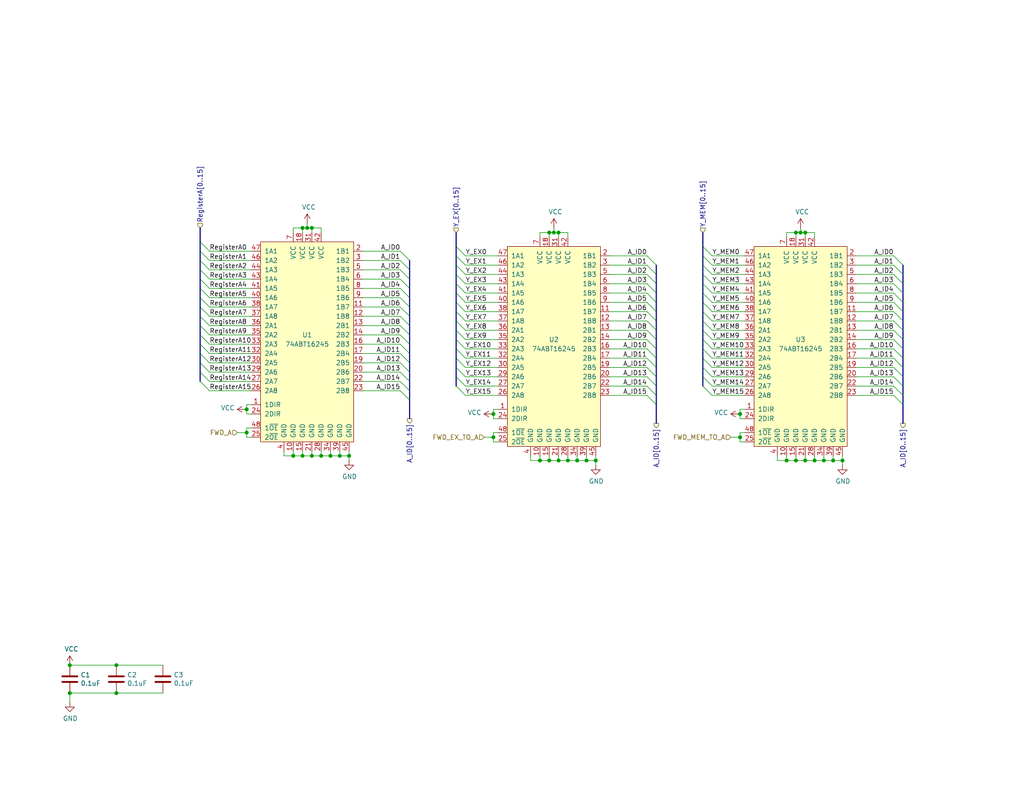
<source format=kicad_sch>
(kicad_sch (version 20250114) (generator "eeschema") (generator_version "9.0")
  (paper "USLetter")
  (title_block (date "2025-07-16") (rev "A"))
  (lib_symbols
    (symbol "Device:C" (pin_numbers (hide yes)) (pin_names (offset 0.254))
      (property "Reference" "C" (at 0.635 2.54 0))
      (property "Value" "C" (at 0.635 -2.54 0))
      (symbol "C_0_1"
        (polyline (pts (xy -2.032 0.762) (xy 2.032 0.762)) (stroke (width 0.508)))
        (polyline (pts (xy -2.032 -0.762) (xy 2.032 -0.762)) (stroke (width 0.508)))
      )
      (symbol "C_1_1"
        (pin passive line (at 0 3.81 270) (length 2.794) (name "~") (number "1"))
        (pin passive line (at 0 -3.81 90) (length 2.794) (name "~") (number "2"))
      )
    )
    (symbol "Turtle16:74ABT16245" (pin_names (offset 1.016))
      (property "Reference" "U" (at 0 1.27 0))
      (property "Value" "74ABT16245" (at 0 -1.27 0))
      (symbol "74ABT16245_0_1"
        (rectangle (start -12.7 26.67) (end 12.7 -27.94) (fill (type background)))
      )
      (symbol "74ABT16245_1_1"
        (pin tri_state line (at -15.24 24.13 0) (length 2.54) (name "1A1") (number "47"))
        (pin tri_state line (at -15.24 21.59 0) (length 2.54) (name "1A2") (number "46"))
        (pin tri_state line (at -15.24 19.05 0) (length 2.54) (name "1A3") (number "44"))
        (pin tri_state line (at -15.24 16.51 0) (length 2.54) (name "1A4") (number "43"))
        (pin tri_state line (at -15.24 13.97 0) (length 2.54) (name "1A5") (number "41"))
        (pin tri_state line (at -15.24 11.43 0) (length 2.54) (name "1A6") (number "40"))
        (pin tri_state line (at -15.24 8.89 0) (length 2.54) (name "1A7") (number "38"))
        (pin tri_state line (at -15.24 6.35 0) (length 2.54) (name "1A8") (number "37"))
        (pin tri_state line (at -15.24 3.81 0) (length 2.54) (name "2A1") (number "36"))
        (pin tri_state line (at -15.24 1.27 0) (length 2.54) (name "2A2") (number "35"))
        (pin tri_state line (at -15.24 -1.27 0) (length 2.54) (name "2A3") (number "33"))
        (pin tri_state line (at -15.24 -3.81 0) (length 2.54) (name "2A4") (number "32"))
        (pin tri_state line (at -15.24 -6.35 0) (length 2.54) (name "2A5") (number "30"))
        (pin tri_state line (at -15.24 -8.89 0) (length 2.54) (name "2A6") (number "29"))
        (pin tri_state line (at -15.24 -11.43 0) (length 2.54) (name "2A7") (number "27"))
        (pin tri_state line (at -15.24 -13.97 0) (length 2.54) (name "2A8") (number "26"))
        (pin input line (at -15.24 -17.78 0) (length 2.54) (name "1DIR") (number "1"))
        (pin input line (at -15.24 -20.32 0) (length 2.54) (name "2DIR") (number "24"))
        (pin input line (at -15.24 -24.13 0) (length 2.54) (name "1~{OE}") (number "48"))
        (pin input line (at -15.24 -26.67 0) (length 2.54) (name "2~{OE}") (number "25"))
        (pin power_in line (at -6.35 -30.48 90) (length 2.54) (name "GND") (number "4"))
        (pin power_in line (at -3.81 29.21 270) (length 2.54) (name "VCC") (number "7"))
        (pin power_in line (at -3.81 -30.48 90) (length 2.54) (name "GND") (number "10"))
        (pin power_in line (at -1.27 29.21 270) (length 2.54) (name "VCC") (number "18"))
        (pin power_in line (at -1.27 -30.48 90) (length 2.54) (name "GND") (number "15"))
        (pin power_in line (at 1.27 29.21 270) (length 2.54) (name "VCC") (number "31"))
        (pin power_in line (at 1.27 -30.48 90) (length 2.54) (name "GND") (number "21"))
        (pin power_in line (at 3.81 29.21 270) (length 2.54) (name "VCC") (number "42"))
        (pin power_in line (at 3.81 -30.48 90) (length 2.54) (name "GND") (number "28"))
        (pin power_in line (at 6.35 -30.48 90) (length 2.54) (name "GND") (number "34"))
        (pin power_in line (at 8.89 -30.48 90) (length 2.54) (name "GND") (number "39"))
        (pin power_in line (at 11.43 -30.48 90) (length 2.54) (name "GND") (number "45"))
        (pin tri_state line (at 15.24 24.13 180) (length 2.54) (name "1B1") (number "2"))
        (pin tri_state line (at 15.24 21.59 180) (length 2.54) (name "1B2") (number "3"))
        (pin tri_state line (at 15.24 19.05 180) (length 2.54) (name "1B3") (number "5"))
        (pin tri_state line (at 15.24 16.51 180) (length 2.54) (name "1B4") (number "6"))
        (pin tri_state line (at 15.24 13.97 180) (length 2.54) (name "1B5") (number "8"))
        (pin tri_state line (at 15.24 11.43 180) (length 2.54) (name "1B6") (number "9"))
        (pin tri_state line (at 15.24 8.89 180) (length 2.54) (name "1B7") (number "11"))
        (pin tri_state line (at 15.24 6.35 180) (length 2.54) (name "1B8") (number "12"))
        (pin tri_state line (at 15.24 3.81 180) (length 2.54) (name "2B1") (number "13"))
        (pin tri_state line (at 15.24 1.27 180) (length 2.54) (name "2B2") (number "14"))
        (pin tri_state line (at 15.24 -1.27 180) (length 2.54) (name "2B3") (number "16"))
        (pin tri_state line (at 15.24 -3.81 180) (length 2.54) (name "2B4") (number "17"))
        (pin tri_state line (at 15.24 -6.35 180) (length 2.54) (name "2B5") (number "19"))
        (pin tri_state line (at 15.24 -8.89 180) (length 2.54) (name "2B6") (number "20"))
        (pin tri_state line (at 15.24 -11.43 180) (length 2.54) (name "2B7") (number "22"))
        (pin tri_state line (at 15.24 -13.97 180) (length 2.54) (name "2B8") (number "23"))
      )
    )
    (symbol "power:GND" (power) (pin_numbers (hide yes)) (pin_names (offset 0) (hide yes))
      (property "Value" "GND" (at 0 -3.81 0))
      (symbol "GND_0_1"
        (polyline (pts (xy 0 0) (xy 0 -1.27) (xy 1.27 -1.27) (xy 0 -2.54) (xy -1.27 -1.27) (xy 0 -1.27)))
      )
      (symbol "GND_1_1"
        (pin power_in line (at 0 0 270) (length 0) (name "~") (number "1"))
      )
    )
    (symbol "power:VCC" (power) (pin_numbers (hide yes)) (pin_names (offset 0) (hide yes))
      (property "Value" "VCC" (at 0 3.556 0))
      (symbol "VCC_0_1"
        (polyline (pts (xy -0.762 1.27) (xy 0 2.54)))
        (polyline (pts (xy 0 2.54) (xy 0.762 1.27)))
        (polyline (pts (xy 0 0) (xy 0 2.54)))
      )
      (symbol "VCC_1_1"
        (pin power_in line (at 0 0 90) (length 0) (name "~") (number "1"))
      )
    )
  )
  (junction (at 219.71 125.73))
  (junction (at 152.4 63.5))
  (junction (at 134.62 119.38))
  (junction (at 154.94 125.73))
  (junction (at 80.01 124.46))
  (junction (at 217.17 125.73))
  (junction (at 147.32 125.73))
  (junction (at 217.17 63.5))
  (junction (at 134.62 113.03))
  (junction (at 160.02 125.73))
  (junction (at 83.82 62.23))
  (junction (at 151.13 63.5))
  (junction (at 227.33 125.73))
  (junction (at 82.55 62.23))
  (junction (at 67.31 111.76))
  (junction (at 19.05 181.61))
  (junction (at 224.79 125.73))
  (junction (at 152.4 125.73))
  (junction (at 149.86 63.5))
  (junction (at 162.56 125.73))
  (junction (at 214.63 125.73))
  (junction (at 31.75 181.61))
  (junction (at 201.93 113.03))
  (junction (at 85.09 124.46))
  (junction (at 229.87 125.73))
  (junction (at 92.71 124.46))
  (junction (at 222.25 125.73))
  (junction (at 90.17 124.46))
  (junction (at 201.93 119.38))
  (junction (at 95.25 124.46))
  (junction (at 67.31 118.11))
  (junction (at 219.71 63.5))
  (junction (at 19.05 189.23))
  (junction (at 87.63 124.46))
  (junction (at 82.55 124.46))
  (junction (at 218.44 63.5))
  (junction (at 31.75 189.23))
  (junction (at 149.86 125.73))
  (junction (at 85.09 62.23))
  (junction (at 157.48 125.73))
  (bus_entry (at 194.31 95.25) (size -2.54 -2.54))
  (bus_entry (at 176.53 77.47) (size 2.54 2.54))
  (bus_entry (at 243.84 77.47) (size 2.54 2.54))
  (bus_entry (at 54.61 73.66) (size 2.54 2.54))
  (bus_entry (at 243.84 107.95) (size 2.54 2.54))
  (bus_entry (at 54.61 86.36) (size 2.54 2.54))
  (bus_entry (at 176.53 80.01) (size 2.54 2.54))
  (bus_entry (at 109.22 106.68) (size 2.54 2.54))
  (bus_entry (at 243.84 95.25) (size 2.54 2.54))
  (bus_entry (at 109.22 93.98) (size 2.54 2.54))
  (bus_entry (at 127 85.09) (size -2.54 -2.54))
  (bus_entry (at 176.53 85.09) (size 2.54 2.54))
  (bus_entry (at 127 95.25) (size -2.54 -2.54))
  (bus_entry (at 109.22 96.52) (size 2.54 2.54))
  (bus_entry (at 194.31 107.95) (size -2.54 -2.54))
  (bus_entry (at 109.22 68.58) (size 2.54 2.54))
  (bus_entry (at 194.31 69.85) (size -2.54 -2.54))
  (bus_entry (at 243.84 97.79) (size 2.54 2.54))
  (bus_entry (at 194.31 90.17) (size -2.54 -2.54))
  (bus_entry (at 243.84 100.33) (size 2.54 2.54))
  (bus_entry (at 127 102.87) (size -2.54 -2.54))
  (bus_entry (at 127 87.63) (size -2.54 -2.54))
  (bus_entry (at 54.61 93.98) (size 2.54 2.54))
  (bus_entry (at 176.53 69.85) (size 2.54 2.54))
  (bus_entry (at 194.31 74.93) (size -2.54 -2.54))
  (bus_entry (at 243.84 74.93) (size 2.54 2.54))
  (bus_entry (at 176.53 72.39) (size 2.54 2.54))
  (bus_entry (at 109.22 91.44) (size 2.54 2.54))
  (bus_entry (at 127 90.17) (size -2.54 -2.54))
  (bus_entry (at 194.31 72.39) (size -2.54 -2.54))
  (bus_entry (at 176.53 90.17) (size 2.54 2.54))
  (bus_entry (at 127 77.47) (size -2.54 -2.54))
  (bus_entry (at 243.84 105.41) (size 2.54 2.54))
  (bus_entry (at 127 80.01) (size -2.54 -2.54))
  (bus_entry (at 54.61 91.44) (size 2.54 2.54))
  (bus_entry (at 243.84 69.85) (size 2.54 2.54))
  (bus_entry (at 176.53 100.33) (size 2.54 2.54))
  (bus_entry (at 194.31 105.41) (size -2.54 -2.54))
  (bus_entry (at 243.84 82.55) (size 2.54 2.54))
  (bus_entry (at 54.61 68.58) (size 2.54 2.54))
  (bus_entry (at 194.31 102.87) (size -2.54 -2.54))
  (bus_entry (at 109.22 76.2) (size 2.54 2.54))
  (bus_entry (at 127 92.71) (size -2.54 -2.54))
  (bus_entry (at 194.31 100.33) (size -2.54 -2.54))
  (bus_entry (at 54.61 104.14) (size 2.54 2.54))
  (bus_entry (at 243.84 90.17) (size 2.54 2.54))
  (bus_entry (at 54.61 76.2) (size 2.54 2.54))
  (bus_entry (at 127 100.33) (size -2.54 -2.54))
  (bus_entry (at 194.31 85.09) (size -2.54 -2.54))
  (bus_entry (at 54.61 83.82) (size 2.54 2.54))
  (bus_entry (at 176.53 87.63) (size 2.54 2.54))
  (bus_entry (at 127 74.93) (size -2.54 -2.54))
  (bus_entry (at 176.53 92.71) (size 2.54 2.54))
  (bus_entry (at 176.53 82.55) (size 2.54 2.54))
  (bus_entry (at 127 97.79) (size -2.54 -2.54))
  (bus_entry (at 194.31 77.47) (size -2.54 -2.54))
  (bus_entry (at 194.31 82.55) (size -2.54 -2.54))
  (bus_entry (at 109.22 78.74) (size 2.54 2.54))
  (bus_entry (at 127 105.41) (size -2.54 -2.54))
  (bus_entry (at 109.22 83.82) (size 2.54 2.54))
  (bus_entry (at 109.22 81.28) (size 2.54 2.54))
  (bus_entry (at 243.84 92.71) (size 2.54 2.54))
  (bus_entry (at 109.22 99.06) (size 2.54 2.54))
  (bus_entry (at 194.31 87.63) (size -2.54 -2.54))
  (bus_entry (at 127 69.85) (size -2.54 -2.54))
  (bus_entry (at 194.31 97.79) (size -2.54 -2.54))
  (bus_entry (at 127 107.95) (size -2.54 -2.54))
  (bus_entry (at 127 72.39) (size -2.54 -2.54))
  (bus_entry (at 176.53 105.41) (size 2.54 2.54))
  (bus_entry (at 54.61 66.04) (size 2.54 2.54))
  (bus_entry (at 54.61 101.6) (size 2.54 2.54))
  (bus_entry (at 176.53 97.79) (size 2.54 2.54))
  (bus_entry (at 176.53 102.87) (size 2.54 2.54))
  (bus_entry (at 109.22 71.12) (size 2.54 2.54))
  (bus_entry (at 109.22 101.6) (size 2.54 2.54))
  (bus_entry (at 54.61 96.52) (size 2.54 2.54))
  (bus_entry (at 194.31 92.71) (size -2.54 -2.54))
  (bus_entry (at 54.61 88.9) (size 2.54 2.54))
  (bus_entry (at 243.84 80.01) (size 2.54 2.54))
  (bus_entry (at 194.31 80.01) (size -2.54 -2.54))
  (bus_entry (at 109.22 88.9) (size 2.54 2.54))
  (bus_entry (at 176.53 107.95) (size 2.54 2.54))
  (bus_entry (at 243.84 72.39) (size 2.54 2.54))
  (bus_entry (at 243.84 85.09) (size 2.54 2.54))
  (bus_entry (at 54.61 81.28) (size 2.54 2.54))
  (bus_entry (at 243.84 87.63) (size 2.54 2.54))
  (bus_entry (at 243.84 102.87) (size 2.54 2.54))
  (bus_entry (at 176.53 74.93) (size 2.54 2.54))
  (bus_entry (at 54.61 78.74) (size 2.54 2.54))
  (bus_entry (at 127 82.55) (size -2.54 -2.54))
  (bus_entry (at 109.22 86.36) (size 2.54 2.54))
  (bus_entry (at 54.61 99.06) (size 2.54 2.54))
  (bus_entry (at 176.53 95.25) (size 2.54 2.54))
  (bus_entry (at 109.22 73.66) (size 2.54 2.54))
  (bus_entry (at 109.22 104.14) (size 2.54 2.54))
  (bus_entry (at 54.61 71.12) (size 2.54 2.54))
  (wire (pts (xy 77.47 124.46) (xy 80.01 124.46)))
  (wire (pts (xy 67.31 118.11) (xy 64.77 118.11)))
  (wire (pts (xy 87.63 62.23) (xy 87.63 63.5)))
  (wire (pts (xy 80.01 123.19) (xy 80.01 124.46)))
  (wire (pts (xy 224.79 125.73) (xy 227.33 125.73)))
  (wire (pts (xy 176.53 95.25) (xy 166.37 95.25)))
  (bus (pts (xy 124.46 85.09) (xy 124.46 87.63)))
  (wire (pts (xy 218.44 62.23) (xy 218.44 63.5)))
  (bus (pts (xy 246.38 95.25) (xy 246.38 97.79)))
  (bus (pts (xy 179.07 72.39) (xy 179.07 74.93)))
  (wire (pts (xy 243.84 95.25) (xy 233.68 95.25)))
  (wire (pts (xy 212.09 124.46) (xy 212.09 125.73)))
  (wire (pts (xy 194.31 100.33) (xy 203.2 100.33)))
  (wire (pts (xy 57.15 83.82) (xy 68.58 83.82)))
  (bus (pts (xy 191.77 85.09) (xy 191.77 87.63)))
  (wire (pts (xy 57.15 68.58) (xy 68.58 68.58)))
  (wire (pts (xy 109.22 101.6) (xy 99.06 101.6)))
  (wire (pts (xy 57.15 73.66) (xy 68.58 73.66)))
  (bus (pts (xy 54.61 88.9) (xy 54.61 91.44)))
  (bus (pts (xy 191.77 95.25) (xy 191.77 97.79)))
  (wire (pts (xy 109.22 86.36) (xy 99.06 86.36)))
  (wire (pts (xy 127 97.79) (xy 135.89 97.79)))
  (wire (pts (xy 214.63 63.5) (xy 217.17 63.5)))
  (bus (pts (xy 54.61 68.58) (xy 54.61 71.12)))
  (wire (pts (xy 80.01 62.23) (xy 82.55 62.23)))
  (wire (pts (xy 92.71 124.46) (xy 92.71 123.19)))
  (wire (pts (xy 57.15 88.9) (xy 68.58 88.9)))
  (bus (pts (xy 179.07 85.09) (xy 179.07 87.63)))
  (bus (pts (xy 54.61 86.36) (xy 54.61 88.9)))
  (wire (pts (xy 151.13 62.23) (xy 151.13 63.5)))
  (wire (pts (xy 201.93 118.11) (xy 201.93 119.38)))
  (wire (pts (xy 147.32 64.77) (xy 147.32 63.5)))
  (bus (pts (xy 246.38 105.41) (xy 246.38 107.95)))
  (wire (pts (xy 82.55 62.23) (xy 83.82 62.23)))
  (wire (pts (xy 201.93 113.03) (xy 201.93 114.3)))
  (wire (pts (xy 80.01 63.5) (xy 80.01 62.23)))
  (wire (pts (xy 85.09 124.46) (xy 85.09 123.19)))
  (wire (pts (xy 67.31 110.49) (xy 67.31 111.76)))
  (wire (pts (xy 134.62 119.38) (xy 134.62 120.65)))
  (wire (pts (xy 67.31 111.76) (xy 67.31 113.03)))
  (bus (pts (xy 124.46 67.31) (xy 124.46 69.85)))
  (wire (pts (xy 83.82 60.96) (xy 83.82 62.23)))
  (wire (pts (xy 151.13 63.5) (xy 152.4 63.5)))
  (bus (pts (xy 246.38 102.87) (xy 246.38 105.41)))
  (wire (pts (xy 217.17 125.73) (xy 219.71 125.73)))
  (bus (pts (xy 111.76 76.2) (xy 111.76 78.74)))
  (wire (pts (xy 214.63 124.46) (xy 214.63 125.73)))
  (wire (pts (xy 19.05 191.77) (xy 19.05 189.23)))
  (wire (pts (xy 80.01 124.46) (xy 82.55 124.46)))
  (bus (pts (xy 124.46 92.71) (xy 124.46 95.25)))
  (bus (pts (xy 191.77 102.87) (xy 191.77 105.41)))
  (bus (pts (xy 179.07 105.41) (xy 179.07 107.95)))
  (wire (pts (xy 134.62 118.11) (xy 134.62 119.38)))
  (wire (pts (xy 176.53 82.55) (xy 166.37 82.55)))
  (bus (pts (xy 191.77 100.33) (xy 191.77 102.87)))
  (bus (pts (xy 124.46 102.87) (xy 124.46 105.41)))
  (wire (pts (xy 109.22 104.14) (xy 99.06 104.14)))
  (wire (pts (xy 90.17 124.46) (xy 87.63 124.46)))
  (wire (pts (xy 224.79 125.73) (xy 222.25 125.73)))
  (wire (pts (xy 154.94 63.5) (xy 154.94 64.77)))
  (bus (pts (xy 111.76 96.52) (xy 111.76 99.06)))
  (wire (pts (xy 222.25 63.5) (xy 222.25 64.77)))
  (wire (pts (xy 243.84 74.93) (xy 233.68 74.93)))
  (bus (pts (xy 179.07 82.55) (xy 179.07 85.09)))
  (wire (pts (xy 109.22 99.06) (xy 99.06 99.06)))
  (wire (pts (xy 57.15 91.44) (xy 68.58 91.44)))
  (wire (pts (xy 109.22 71.12) (xy 99.06 71.12)))
  (bus (pts (xy 246.38 80.01) (xy 246.38 82.55)))
  (wire (pts (xy 90.17 124.46) (xy 90.17 123.19)))
  (bus (pts (xy 124.46 63.5) (xy 124.46 67.31)))
  (bus (pts (xy 54.61 99.06) (xy 54.61 101.6)))
  (wire (pts (xy 92.71 124.46) (xy 95.25 124.46)))
  (wire (pts (xy 243.84 102.87) (xy 233.68 102.87)))
  (wire (pts (xy 243.84 92.71) (xy 233.68 92.71)))
  (wire (pts (xy 134.62 111.76) (xy 134.62 113.03)))
  (wire (pts (xy 194.31 69.85) (xy 203.2 69.85)))
  (bus (pts (xy 191.77 97.79) (xy 191.77 100.33)))
  (bus (pts (xy 246.38 92.71) (xy 246.38 95.25)))
  (wire (pts (xy 176.53 90.17) (xy 166.37 90.17)))
  (bus (pts (xy 179.07 102.87) (xy 179.07 105.41)))
  (bus (pts (xy 246.38 85.09) (xy 246.38 87.63)))
  (wire (pts (xy 109.22 83.82) (xy 99.06 83.82)))
  (wire (pts (xy 87.63 124.46) (xy 85.09 124.46)))
  (bus (pts (xy 111.76 106.68) (xy 111.76 109.22)))
  (bus (pts (xy 111.76 73.66) (xy 111.76 76.2)))
  (wire (pts (xy 176.53 77.47) (xy 166.37 77.47)))
  (wire (pts (xy 201.93 111.76) (xy 201.93 113.03)))
  (wire (pts (xy 134.62 120.65) (xy 135.89 120.65)))
  (wire (pts (xy 85.09 62.23) (xy 87.63 62.23)))
  (wire (pts (xy 176.53 107.95) (xy 166.37 107.95)))
  (wire (pts (xy 194.31 90.17) (xy 203.2 90.17)))
  (wire (pts (xy 201.93 119.38) (xy 201.93 120.65)))
  (wire (pts (xy 147.32 63.5) (xy 149.86 63.5)))
  (wire (pts (xy 134.62 119.38) (xy 132.08 119.38)))
  (wire (pts (xy 149.86 124.46) (xy 149.86 125.73)))
  (wire (pts (xy 44.45 189.23) (xy 31.75 189.23)))
  (wire (pts (xy 77.47 123.19) (xy 77.47 124.46)))
  (wire (pts (xy 222.25 125.73) (xy 219.71 125.73)))
  (wire (pts (xy 229.87 125.73) (xy 229.87 124.46)))
  (bus (pts (xy 111.76 71.12) (xy 111.76 73.66)))
  (wire (pts (xy 219.71 64.77) (xy 219.71 63.5)))
  (bus (pts (xy 124.46 87.63) (xy 124.46 90.17)))
  (wire (pts (xy 152.4 63.5) (xy 154.94 63.5)))
  (wire (pts (xy 243.84 107.95) (xy 233.68 107.95)))
  (bus (pts (xy 246.38 72.39) (xy 246.38 74.93)))
  (wire (pts (xy 243.84 85.09) (xy 233.68 85.09)))
  (bus (pts (xy 111.76 99.06) (xy 111.76 101.6)))
  (bus (pts (xy 54.61 62.23) (xy 54.61 66.04)))
  (bus (pts (xy 179.07 87.63) (xy 179.07 90.17)))
  (wire (pts (xy 243.84 105.41) (xy 233.68 105.41)))
  (wire (pts (xy 157.48 125.73) (xy 154.94 125.73)))
  (wire (pts (xy 176.53 97.79) (xy 166.37 97.79)))
  (wire (pts (xy 154.94 125.73) (xy 152.4 125.73)))
  (wire (pts (xy 194.31 72.39) (xy 203.2 72.39)))
  (wire (pts (xy 127 72.39) (xy 135.89 72.39)))
  (bus (pts (xy 111.76 91.44) (xy 111.76 93.98)))
  (wire (pts (xy 219.71 63.5) (xy 222.25 63.5)))
  (bus (pts (xy 54.61 91.44) (xy 54.61 93.98)))
  (bus (pts (xy 124.46 82.55) (xy 124.46 85.09)))
  (wire (pts (xy 154.94 125.73) (xy 154.94 124.46)))
  (wire (pts (xy 176.53 105.41) (xy 166.37 105.41)))
  (wire (pts (xy 160.02 125.73) (xy 160.02 124.46)))
  (bus (pts (xy 54.61 71.12) (xy 54.61 73.66)))
  (bus (pts (xy 111.76 81.28) (xy 111.76 83.82)))
  (bus (pts (xy 111.76 88.9) (xy 111.76 91.44)))
  (wire (pts (xy 57.15 96.52) (xy 68.58 96.52)))
  (wire (pts (xy 194.31 80.01) (xy 203.2 80.01)))
  (bus (pts (xy 246.38 82.55) (xy 246.38 85.09)))
  (bus (pts (xy 246.38 110.49) (xy 246.38 115.57)))
  (bus (pts (xy 179.07 77.47) (xy 179.07 80.01)))
  (wire (pts (xy 90.17 124.46) (xy 92.71 124.46)))
  (wire (pts (xy 127 80.01) (xy 135.89 80.01)))
  (wire (pts (xy 67.31 116.84) (xy 67.31 118.11)))
  (bus (pts (xy 246.38 90.17) (xy 246.38 92.71)))
  (wire (pts (xy 219.71 125.73) (xy 219.71 124.46)))
  (wire (pts (xy 147.32 124.46) (xy 147.32 125.73)))
  (bus (pts (xy 246.38 97.79) (xy 246.38 100.33)))
  (wire (pts (xy 127 90.17) (xy 135.89 90.17)))
  (wire (pts (xy 135.89 118.11) (xy 134.62 118.11)))
  (bus (pts (xy 111.76 104.14) (xy 111.76 106.68)))
  (wire (pts (xy 227.33 125.73) (xy 229.87 125.73)))
  (wire (pts (xy 194.31 102.87) (xy 203.2 102.87)))
  (wire (pts (xy 147.32 125.73) (xy 149.86 125.73)))
  (wire (pts (xy 31.75 189.23) (xy 19.05 189.23)))
  (wire (pts (xy 67.31 113.03) (xy 68.58 113.03)))
  (wire (pts (xy 243.84 90.17) (xy 233.68 90.17)))
  (wire (pts (xy 127 92.71) (xy 135.89 92.71)))
  (bus (pts (xy 191.77 77.47) (xy 191.77 80.01)))
  (wire (pts (xy 67.31 119.38) (xy 68.58 119.38)))
  (wire (pts (xy 127 82.55) (xy 135.89 82.55)))
  (wire (pts (xy 149.86 125.73) (xy 152.4 125.73)))
  (wire (pts (xy 95.25 125.73) (xy 95.25 124.46)))
  (wire (pts (xy 109.22 76.2) (xy 99.06 76.2)))
  (bus (pts (xy 179.07 74.93) (xy 179.07 77.47)))
  (wire (pts (xy 176.53 80.01) (xy 166.37 80.01)))
  (bus (pts (xy 191.77 67.31) (xy 191.77 69.85)))
  (wire (pts (xy 243.84 97.79) (xy 233.68 97.79)))
  (wire (pts (xy 217.17 124.46) (xy 217.17 125.73)))
  (wire (pts (xy 109.22 88.9) (xy 99.06 88.9)))
  (wire (pts (xy 82.55 124.46) (xy 85.09 124.46)))
  (wire (pts (xy 176.53 69.85) (xy 166.37 69.85)))
  (bus (pts (xy 124.46 80.01) (xy 124.46 82.55)))
  (wire (pts (xy 157.48 125.73) (xy 160.02 125.73)))
  (wire (pts (xy 144.78 125.73) (xy 147.32 125.73)))
  (bus (pts (xy 179.07 100.33) (xy 179.07 102.87)))
  (wire (pts (xy 160.02 125.73) (xy 162.56 125.73)))
  (wire (pts (xy 194.31 92.71) (xy 203.2 92.71)))
  (wire (pts (xy 127 107.95) (xy 135.89 107.95)))
  (bus (pts (xy 111.76 109.22) (xy 111.76 114.3)))
  (wire (pts (xy 68.58 110.49) (xy 67.31 110.49)))
  (wire (pts (xy 57.15 81.28) (xy 68.58 81.28)))
  (bus (pts (xy 54.61 83.82) (xy 54.61 86.36)))
  (wire (pts (xy 212.09 125.73) (xy 214.63 125.73)))
  (bus (pts (xy 54.61 101.6) (xy 54.61 104.14)))
  (wire (pts (xy 227.33 125.73) (xy 227.33 124.46)))
  (wire (pts (xy 68.58 116.84) (xy 67.31 116.84)))
  (wire (pts (xy 95.25 124.46) (xy 95.25 123.19)))
  (bus (pts (xy 124.46 77.47) (xy 124.46 80.01)))
  (bus (pts (xy 246.38 74.93) (xy 246.38 77.47)))
  (wire (pts (xy 218.44 63.5) (xy 219.71 63.5)))
  (wire (pts (xy 109.22 68.58) (xy 99.06 68.58)))
  (bus (pts (xy 179.07 110.49) (xy 179.07 115.57)))
  (wire (pts (xy 162.56 127) (xy 162.56 125.73)))
  (bus (pts (xy 191.77 82.55) (xy 191.77 85.09)))
  (bus (pts (xy 246.38 77.47) (xy 246.38 80.01)))
  (wire (pts (xy 194.31 107.95) (xy 203.2 107.95)))
  (wire (pts (xy 224.79 125.73) (xy 224.79 124.46)))
  (wire (pts (xy 85.09 63.5) (xy 85.09 62.23)))
  (wire (pts (xy 19.05 181.61) (xy 31.75 181.61)))
  (wire (pts (xy 229.87 127) (xy 229.87 125.73)))
  (wire (pts (xy 134.62 113.03) (xy 134.62 114.3)))
  (wire (pts (xy 57.15 76.2) (xy 68.58 76.2)))
  (wire (pts (xy 127 87.63) (xy 135.89 87.63)))
  (wire (pts (xy 176.53 74.93) (xy 166.37 74.93)))
  (wire (pts (xy 57.15 78.74) (xy 68.58 78.74)))
  (wire (pts (xy 176.53 87.63) (xy 166.37 87.63)))
  (wire (pts (xy 82.55 123.19) (xy 82.55 124.46)))
  (bus (pts (xy 111.76 83.82) (xy 111.76 86.36)))
  (wire (pts (xy 127 95.25) (xy 135.89 95.25)))
  (bus (pts (xy 191.77 90.17) (xy 191.77 92.71)))
  (wire (pts (xy 243.84 100.33) (xy 233.68 100.33)))
  (wire (pts (xy 243.84 82.55) (xy 233.68 82.55)))
  (wire (pts (xy 203.2 111.76) (xy 201.93 111.76)))
  (wire (pts (xy 194.31 85.09) (xy 203.2 85.09)))
  (wire (pts (xy 214.63 125.73) (xy 217.17 125.73)))
  (bus (pts (xy 191.77 63.5) (xy 191.77 67.31)))
  (bus (pts (xy 179.07 107.95) (xy 179.07 110.49)))
  (bus (pts (xy 191.77 72.39) (xy 191.77 74.93)))
  (wire (pts (xy 194.31 87.63) (xy 203.2 87.63)))
  (wire (pts (xy 135.89 111.76) (xy 134.62 111.76)))
  (bus (pts (xy 124.46 97.79) (xy 124.46 100.33)))
  (bus (pts (xy 54.61 93.98) (xy 54.61 96.52)))
  (bus (pts (xy 111.76 101.6) (xy 111.76 104.14)))
  (wire (pts (xy 31.75 181.61) (xy 44.45 181.61)))
  (wire (pts (xy 127 74.93) (xy 135.89 74.93)))
  (wire (pts (xy 109.22 81.28) (xy 99.06 81.28)))
  (bus (pts (xy 124.46 95.25) (xy 124.46 97.79)))
  (wire (pts (xy 67.31 118.11) (xy 67.31 119.38)))
  (bus (pts (xy 179.07 90.17) (xy 179.07 92.71)))
  (bus (pts (xy 124.46 90.17) (xy 124.46 92.71)))
  (wire (pts (xy 134.62 114.3) (xy 135.89 114.3)))
  (wire (pts (xy 214.63 64.77) (xy 214.63 63.5)))
  (wire (pts (xy 201.93 119.38) (xy 199.39 119.38)))
  (wire (pts (xy 176.53 100.33) (xy 166.37 100.33)))
  (bus (pts (xy 111.76 93.98) (xy 111.76 96.52)))
  (bus (pts (xy 191.77 92.71) (xy 191.77 95.25)))
  (wire (pts (xy 109.22 78.74) (xy 99.06 78.74)))
  (bus (pts (xy 124.46 74.93) (xy 124.46 77.47)))
  (wire (pts (xy 82.55 63.5) (xy 82.55 62.23)))
  (wire (pts (xy 109.22 93.98) (xy 99.06 93.98)))
  (wire (pts (xy 109.22 106.68) (xy 99.06 106.68)))
  (bus (pts (xy 54.61 73.66) (xy 54.61 76.2)))
  (wire (pts (xy 127 102.87) (xy 135.89 102.87)))
  (bus (pts (xy 191.77 69.85) (xy 191.77 72.39)))
  (wire (pts (xy 203.2 118.11) (xy 201.93 118.11)))
  (wire (pts (xy 57.15 101.6) (xy 68.58 101.6)))
  (wire (pts (xy 194.31 77.47) (xy 203.2 77.47)))
  (wire (pts (xy 149.86 63.5) (xy 151.13 63.5)))
  (wire (pts (xy 194.31 97.79) (xy 203.2 97.79)))
  (bus (pts (xy 54.61 66.04) (xy 54.61 68.58)))
  (bus (pts (xy 179.07 80.01) (xy 179.07 82.55)))
  (wire (pts (xy 57.15 71.12) (xy 68.58 71.12)))
  (wire (pts (xy 57.15 106.68) (xy 68.58 106.68)))
  (bus (pts (xy 191.77 80.01) (xy 191.77 82.55)))
  (wire (pts (xy 162.56 125.73) (xy 162.56 124.46)))
  (wire (pts (xy 194.31 82.55) (xy 203.2 82.55)))
  (bus (pts (xy 54.61 76.2) (xy 54.61 78.74)))
  (wire (pts (xy 176.53 85.09) (xy 166.37 85.09)))
  (wire (pts (xy 144.78 124.46) (xy 144.78 125.73)))
  (bus (pts (xy 179.07 92.71) (xy 179.07 95.25)))
  (wire (pts (xy 152.4 64.77) (xy 152.4 63.5)))
  (wire (pts (xy 127 77.47) (xy 135.89 77.47)))
  (wire (pts (xy 57.15 86.36) (xy 68.58 86.36)))
  (wire (pts (xy 127 85.09) (xy 135.89 85.09)))
  (wire (pts (xy 176.53 102.87) (xy 166.37 102.87)))
  (bus (pts (xy 54.61 96.52) (xy 54.61 99.06)))
  (bus (pts (xy 246.38 107.95) (xy 246.38 110.49)))
  (wire (pts (xy 243.84 80.01) (xy 233.68 80.01)))
  (wire (pts (xy 176.53 72.39) (xy 166.37 72.39)))
  (wire (pts (xy 157.48 125.73) (xy 157.48 124.46)))
  (wire (pts (xy 83.82 62.23) (xy 85.09 62.23)))
  (wire (pts (xy 127 100.33) (xy 135.89 100.33)))
  (bus (pts (xy 191.77 87.63) (xy 191.77 90.17)))
  (wire (pts (xy 217.17 64.77) (xy 217.17 63.5)))
  (wire (pts (xy 201.93 120.65) (xy 203.2 120.65)))
  (wire (pts (xy 217.17 63.5) (xy 218.44 63.5)))
  (wire (pts (xy 243.84 77.47) (xy 233.68 77.47)))
  (bus (pts (xy 191.77 74.93) (xy 191.77 77.47)))
  (wire (pts (xy 194.31 74.93) (xy 203.2 74.93)))
  (bus (pts (xy 54.61 81.28) (xy 54.61 83.82)))
  (wire (pts (xy 109.22 73.66) (xy 99.06 73.66)))
  (wire (pts (xy 243.84 72.39) (xy 233.68 72.39)))
  (wire (pts (xy 222.25 125.73) (xy 222.25 124.46)))
  (wire (pts (xy 176.53 92.71) (xy 166.37 92.71)))
  (bus (pts (xy 111.76 78.74) (xy 111.76 81.28)))
  (wire (pts (xy 194.31 105.41) (xy 203.2 105.41)))
  (wire (pts (xy 194.31 95.25) (xy 203.2 95.25)))
  (wire (pts (xy 109.22 96.52) (xy 99.06 96.52)))
  (wire (pts (xy 127 105.41) (xy 135.89 105.41)))
  (wire (pts (xy 87.63 124.46) (xy 87.63 123.19)))
  (wire (pts (xy 243.84 69.85) (xy 233.68 69.85)))
  (wire (pts (xy 57.15 104.14) (xy 68.58 104.14)))
  (wire (pts (xy 57.15 99.06) (xy 68.58 99.06)))
  (bus (pts (xy 246.38 100.33) (xy 246.38 102.87)))
  (bus (pts (xy 124.46 100.33) (xy 124.46 102.87)))
  (bus (pts (xy 179.07 97.79) (xy 179.07 100.33)))
  (wire (pts (xy 127 69.85) (xy 135.89 69.85)))
  (wire (pts (xy 149.86 64.77) (xy 149.86 63.5)))
  (bus (pts (xy 54.61 78.74) (xy 54.61 81.28)))
  (wire (pts (xy 201.93 114.3) (xy 203.2 114.3)))
  (bus (pts (xy 246.38 87.63) (xy 246.38 90.17)))
  (wire (pts (xy 57.15 93.98) (xy 68.58 93.98)))
  (bus (pts (xy 111.76 86.36) (xy 111.76 88.9)))
  (wire (pts (xy 109.22 91.44) (xy 99.06 91.44)))
  (wire (pts (xy 243.84 87.63) (xy 233.68 87.63)))
  (wire (pts (xy 152.4 125.73) (xy 152.4 124.46)))
  (bus (pts (xy 124.46 72.39) (xy 124.46 74.93)))
  (bus (pts (xy 179.07 95.25) (xy 179.07 97.79)))
  (bus (pts (xy 124.46 69.85) (xy 124.46 72.39)))
  (label "RegisterA4" (at 57.15 78.74 0))
  (label "RegisterA3" (at 57.15 76.2 0))
  (label "RegisterA5" (at 57.15 81.28 0))
  (label "A_ID10" (at 176.53 95.25 180))
  (label "A_ID0" (at 176.53 69.85 180))
  (label "A_ID8" (at 176.53 90.17 180))
  (label "A_ID13" (at 243.84 102.87 180))
  (label "Y_MEM13" (at 194.31 102.87 0))
  (label "RegisterA8" (at 57.15 88.9 0))
  (label "Y_EX8" (at 127 90.17 0))
  (label "A_ID3" (at 176.53 77.47 180))
  (label "Y_MEM11" (at 194.31 97.79 0))
  (label "A_ID15" (at 109.22 106.68 180))
  (label "A_ID10" (at 243.84 95.25 180))
  (label "Y_MEM1" (at 194.31 72.39 0))
  (label "A_ID15" (at 176.53 107.95 180))
  (label "Y_MEM14" (at 194.31 105.41 0))
  (label "A_ID14" (at 243.84 105.41 180))
  (label "A_ID9" (at 109.22 91.44 180))
  (label "A_ID6" (at 109.22 83.82 180))
  (label "A_ID6" (at 176.53 85.09 180))
  (label "RegisterA0" (at 57.15 68.58 0))
  (label "A_ID9" (at 243.84 92.71 180))
  (label "RegisterA11" (at 57.15 96.52 0))
  (label "Y_EX10" (at 127 95.25 0))
  (label "Y_EX0" (at 127 69.85 0))
  (label "A_ID4" (at 243.84 80.01 180))
  (label "Y_EX4" (at 127 80.01 0))
  (label "Y_MEM4" (at 194.31 80.01 0))
  (label "Y_EX12" (at 127 100.33 0))
  (label "Y_EX5" (at 127 82.55 0))
  (label "A_ID1" (at 243.84 72.39 180))
  (label "A_ID3" (at 109.22 76.2 180))
  (label "A_ID12" (at 109.22 99.06 180))
  (label "A_ID2" (at 243.84 74.93 180))
  (label "A_ID13" (at 176.53 102.87 180))
  (label "A_ID1" (at 176.53 72.39 180))
  (label "Y_MEM8" (at 194.31 90.17 0))
  (label "Y_EX15" (at 127 107.95 0))
  (label "Y_EX11" (at 127 97.79 0))
  (label "A_ID7" (at 109.22 86.36 180))
  (label "A_ID2" (at 109.22 73.66 180))
  (label "Y_EX7" (at 127 87.63 0))
  (label "A_ID7" (at 243.84 87.63 180))
  (label "RegisterA7" (at 57.15 86.36 0))
  (label "Y_MEM7" (at 194.31 87.63 0))
  (label "Y_MEM9" (at 194.31 92.71 0))
  (label "Y_MEM15" (at 194.31 107.95 0))
  (label "A_ID1" (at 109.22 71.12 180))
  (label "RegisterA15" (at 57.15 106.68 0))
  (label "A_ID5" (at 243.84 82.55 180))
  (label "RegisterA6" (at 57.15 83.82 0))
  (label "A_ID6" (at 243.84 85.09 180))
  (label "RegisterA9" (at 57.15 91.44 0))
  (label "Y_EX1" (at 127 72.39 0))
  (label "Y_MEM2" (at 194.31 74.93 0))
  (label "A_ID13" (at 109.22 101.6 180))
  (label "A_ID11" (at 243.84 97.79 180))
  (label "Y_EX14" (at 127 105.41 0))
  (label "Y_EX9" (at 127 92.71 0))
  (label "A_ID5" (at 109.22 81.28 180))
  (label "Y_MEM0" (at 194.31 69.85 0))
  (label "A_ID0" (at 109.22 68.58 180))
  (label "Y_MEM6" (at 194.31 85.09 0))
  (label "A_ID0" (at 243.84 69.85 180))
  (label "Y_MEM12" (at 194.31 100.33 0))
  (label "RegisterA10" (at 57.15 93.98 0))
  (label "A_ID10" (at 109.22 93.98 180))
  (label "RegisterA2" (at 57.15 73.66 0))
  (label "A_ID4" (at 109.22 78.74 180))
  (label "RegisterA12" (at 57.15 99.06 0))
  (label "A_ID11" (at 176.53 97.79 180))
  (label "A_ID9" (at 176.53 92.71 180))
  (label "A_ID15" (at 243.84 107.95 180))
  (label "Y_MEM3" (at 194.31 77.47 0))
  (label "Y_EX13" (at 127 102.87 0))
  (label "Y_MEM5" (at 194.31 82.55 0))
  (label "Y_EX3" (at 127 77.47 0))
  (label "A_ID4" (at 176.53 80.01 180))
  (label "RegisterA1" (at 57.15 71.12 0))
  (label "Y_MEM10" (at 194.31 95.25 0))
  (label "A_ID11" (at 109.22 96.52 180))
  (label "A_ID12" (at 176.53 100.33 180))
  (label "RegisterA14" (at 57.15 104.14 0))
  (label "A_ID8" (at 243.84 90.17 180))
  (label "A_ID12" (at 243.84 100.33 180))
  (label "A_ID8" (at 109.22 88.9 180))
  (label "A_ID3" (at 243.84 77.47 180))
  (label "A_ID7" (at 176.53 87.63 180))
  (label "A_ID14" (at 109.22 104.14 180))
  (label "A_ID5" (at 176.53 82.55 180))
  (label "Y_EX6" (at 127 85.09 0))
  (label "Y_EX2" (at 127 74.93 0))
  (label "A_ID2" (at 176.53 74.93 180))
  (label "A_ID14" (at 176.53 105.41 180))
  (label "RegisterA13" (at 57.15 101.6 0))
  (hierarchical_label "RegisterA[0..15]" (shape input) (at 54.61 62.23 90))
  (hierarchical_label "Y_EX[0..15]" (shape input) (at 124.46 63.5 90))
  (hierarchical_label "FWD_EX_TO_A" (shape input) (at 132.08 119.38 180))
  (hierarchical_label "FWD_MEM_TO_A" (shape input) (at 199.39 119.38 180))
  (hierarchical_label "A_ID[0..15]" (shape output) (at 246.38 115.57 270))
  (hierarchical_label "A_ID[0..15]" (shape output) (at 111.76 114.3 270))
  (hierarchical_label "Y_MEM[0..15]" (shape input) (at 191.77 63.5 90))
  (hierarchical_label "FWD_A" (shape input) (at 64.77 118.11 180))
  (hierarchical_label "A_ID[0..15]" (shape output) (at 179.07 115.57 270))
  (symbol (lib_id "Device:C") (at 19.05 185.42 0) (unit 1)
    (property "Reference" "C?" (at 21.971 184.2516 0) (effects (justify left)))
    (property "Value" "0.1uF" (at 21.971 186.563 0) (effects (justify left)))
    (property "Footprint" "Capacitor_SMD:C_0603_1608Metric" (effects (hide yes)))
    (property "Datasheet" "https://www.mouser.com/datasheet/2/396/taiyo_yuden_12132018_mlcc11_hq_e-1510082.pdf" (effects (hide yes)))
    (property "Manufacturer" "Taiyo Yuden" (effects (hide yes)))
    (property "Manufacturer#" "EMK107B7104KAHT" (effects (hide yes)))
    (property "Mouser#" "963-EMK107B7104KAHT" (effects (hide yes)))
    (property "Digikey#" "587-6004-1-ND" (effects (hide yes)))
    (instances (project "BypassCard" (path "" (reference "C1") (unit 1))) (project "Turtle16Computer" (path "" (reference "C?") (unit 1))))
  )
  (symbol (lib_id "power:VCC") (at 67.31 111.76 90) (unit 1)
    (property "Reference" "#PWR?" (effects (hide yes)))
    (property "Value" "VCC" (at 64.0842 111.379 90) (effects (justify left)))
    (property "Description" "Power symbol creates a global label with name \"VCC\"" (effects (hide yes)))
    (instances (project "BypassCard" (path "" (reference "#PWR0160") (unit 1))) (project "Turtle16Computer" (path "" (reference "#PWR?") (unit 1))))
  )
  (symbol (lib_id "power:GND") (at 229.87 127 0) (unit 1)
    (property "Reference" "#PWR?" (effects (hide yes)))
    (property "Value" "GND" (at 229.997 131.3942 0))
    (property "Description" "Power symbol creates a global label with name \"GND\" , ground" (effects (hide yes)))
    (instances (project "BypassCard" (path "" (reference "#PWR0168") (unit 1))) (project "Turtle16Computer" (path "" (reference "#PWR?") (unit 1))))
  )
  (symbol (lib_id "power:VCC") (at 218.44 62.23 0) (unit 1)
    (property "Reference" "#PWR?" (effects (hide yes)))
    (property "Value" "VCC" (at 218.8718 57.8358 0))
    (property "Description" "Power symbol creates a global label with name \"VCC\"" (effects (hide yes)))
    (instances (project "BypassCard" (path "" (reference "#PWR0167") (unit 1))) (project "Turtle16Computer" (path "" (reference "#PWR?") (unit 1))))
  )
  (symbol (lib_id "Device:C") (at 31.75 185.42 0) (unit 1)
    (property "Reference" "C?" (at 34.671 184.2516 0) (effects (justify left)))
    (property "Value" "0.1uF" (at 34.671 186.563 0) (effects (justify left)))
    (property "Footprint" "Capacitor_SMD:C_0603_1608Metric" (effects (hide yes)))
    (property "Datasheet" "https://www.mouser.com/datasheet/2/396/taiyo_yuden_12132018_mlcc11_hq_e-1510082.pdf" (effects (hide yes)))
    (property "Manufacturer" "Taiyo Yuden" (effects (hide yes)))
    (property "Manufacturer#" "EMK107B7104KAHT" (effects (hide yes)))
    (property "Mouser#" "963-EMK107B7104KAHT" (effects (hide yes)))
    (property "Digikey#" "587-6004-1-ND" (effects (hide yes)))
    (instances (project "BypassCard" (path "" (reference "C2") (unit 1))) (project "Turtle16Computer" (path "" (reference "C?") (unit 1))))
  )
  (symbol (lib_id "power:VCC") (at 19.05 181.61 0) (unit 1)
    (property "Reference" "#PWR?" (effects (hide yes)))
    (property "Value" "VCC" (at 19.4818 177.2158 0))
    (property "Description" "Power symbol creates a global label with name \"VCC\"" (effects (hide yes)))
    (instances (project "BypassCard" (path "" (reference "#PWR0158") (unit 1))) (project "Turtle16Computer" (path "" (reference "#PWR?") (unit 1))))
  )
  (symbol (lib_id "power:GND") (at 19.05 191.77 0) (unit 1)
    (property "Reference" "#PWR?" (effects (hide yes)))
    (property "Value" "GND" (at 19.177 196.1642 0))
    (property "Description" "Power symbol creates a global label with name \"GND\" , ground" (effects (hide yes)))
    (instances (project "BypassCard" (path "" (reference "#PWR0159") (unit 1))) (project "Turtle16Computer" (path "" (reference "#PWR?") (unit 1))))
  )
  (symbol (lib_id "Device:C") (at 44.45 185.42 0) (unit 1)
    (property "Reference" "C?" (at 47.371 184.2516 0) (effects (justify left)))
    (property "Value" "0.1uF" (at 47.371 186.563 0) (effects (justify left)))
    (property "Footprint" "Capacitor_SMD:C_0603_1608Metric" (effects (hide yes)))
    (property "Datasheet" "https://www.mouser.com/datasheet/2/396/taiyo_yuden_12132018_mlcc11_hq_e-1510082.pdf" (effects (hide yes)))
    (property "Manufacturer" "Taiyo Yuden" (effects (hide yes)))
    (property "Manufacturer#" "EMK107B7104KAHT" (effects (hide yes)))
    (property "Mouser#" "963-EMK107B7104KAHT" (effects (hide yes)))
    (property "Digikey#" "587-6004-1-ND" (effects (hide yes)))
    (instances (project "BypassCard" (path "" (reference "C3") (unit 1))) (project "Turtle16Computer" (path "" (reference "C?") (unit 1))))
  )
  (symbol (lib_id "power:VCC") (at 83.82 60.96 0) (unit 1)
    (property "Reference" "#PWR?" (effects (hide yes)))
    (property "Value" "VCC" (at 84.2518 56.5658 0))
    (property "Description" "Power symbol creates a global label with name \"VCC\"" (effects (hide yes)))
    (instances (project "BypassCard" (path "" (reference "#PWR0161") (unit 1))) (project "Turtle16Computer" (path "" (reference "#PWR?") (unit 1))))
  )
  (symbol (lib_id "power:GND") (at 95.25 125.73 0) (unit 1)
    (property "Reference" "#PWR?" (effects (hide yes)))
    (property "Value" "GND" (at 95.377 130.1242 0))
    (property "Description" "Power symbol creates a global label with name \"GND\" , ground" (effects (hide yes)))
    (instances (project "BypassCard" (path "" (reference "#PWR0162") (unit 1))) (project "Turtle16Computer" (path "" (reference "#PWR?") (unit 1))))
  )
  (symbol (lib_id "Turtle16:74ABT16245") (at 83.82 92.71 0) (unit 1)
    (property "Reference" "U?" (at 83.82 91.44 0))
    (property "Value" "74ABT16245" (at 83.82 93.98 0))
    (property "Footprint" "Package_SO:TSSOP-48_6.1x12.5mm_P0.5mm" (effects (hide yes)))
    (property "Datasheet" "https://www.ti.com/general/docs/suppproductinfo.tsp?distId=26&gotoUrl=https://www.ti.com/lit/gpn/sn74abth16245" (effects (hide yes)))
    (property "Manufacturer" "Texas Instruments" (effects (hide yes)))
    (property "Manufacturer#" "SN74ABTH16245DGGR" (effects (hide yes)))
    (property "Mouser#" "595-SNABTH16245DGGR" (effects (hide yes)))
    (property "Digikey#" "296-4124-1-ND" (effects (hide yes)))
    (instances (project "BypassCard" (path "" (reference "U1") (unit 1))) (project "Turtle16Computer" (path "" (reference "U?") (unit 1))))
  )
  (symbol (lib_id "Turtle16:74ABT16245") (at 151.13 93.98 0) (unit 1)
    (property "Reference" "U?" (at 151.13 92.71 0))
    (property "Value" "74ABT16245" (at 151.13 95.25 0))
    (property "Footprint" "Package_SO:TSSOP-48_6.1x12.5mm_P0.5mm" (effects (hide yes)))
    (property "Datasheet" "https://www.ti.com/general/docs/suppproductinfo.tsp?distId=26&gotoUrl=https://www.ti.com/lit/gpn/sn74abth16245" (effects (hide yes)))
    (property "Manufacturer" "Texas Instruments" (effects (hide yes)))
    (property "Manufacturer#" "SN74ABTH16245DGGR" (effects (hide yes)))
    (property "Mouser#" "595-SNABTH16245DGGR" (effects (hide yes)))
    (property "Digikey#" "296-4124-1-ND" (effects (hide yes)))
    (instances (project "BypassCard" (path "" (reference "U2") (unit 1))) (project "Turtle16Computer" (path "" (reference "U?") (unit 1))))
  )
  (symbol (lib_id "power:VCC") (at 134.62 113.03 90) (unit 1)
    (property "Reference" "#PWR?" (effects (hide yes)))
    (property "Value" "VCC" (at 131.3942 112.649 90) (effects (justify left)))
    (property "Description" "Power symbol creates a global label with name \"VCC\"" (effects (hide yes)))
    (instances (project "BypassCard" (path "" (reference "#PWR0163") (unit 1))) (project "Turtle16Computer" (path "" (reference "#PWR?") (unit 1))))
  )
  (symbol (lib_id "power:GND") (at 162.56 127 0) (unit 1)
    (property "Reference" "#PWR?" (effects (hide yes)))
    (property "Value" "GND" (at 162.687 131.3942 0))
    (property "Description" "Power symbol creates a global label with name \"GND\" , ground" (effects (hide yes)))
    (instances (project "BypassCard" (path "" (reference "#PWR0165") (unit 1))) (project "Turtle16Computer" (path "" (reference "#PWR?") (unit 1))))
  )
  (symbol (lib_id "power:VCC") (at 151.13 62.23 0) (unit 1)
    (property "Reference" "#PWR?" (effects (hide yes)))
    (property "Value" "VCC" (at 151.5618 57.8358 0))
    (property "Description" "Power symbol creates a global label with name \"VCC\"" (effects (hide yes)))
    (instances (project "BypassCard" (path "" (reference "#PWR0164") (unit 1))) (project "Turtle16Computer" (path "" (reference "#PWR?") (unit 1))))
  )
  (symbol (lib_id "Turtle16:74ABT16245") (at 218.44 93.98 0) (unit 1)
    (property "Reference" "U?" (at 218.44 92.71 0))
    (property "Value" "74ABT16245" (at 218.44 95.25 0))
    (property "Footprint" "Package_SO:TSSOP-48_6.1x12.5mm_P0.5mm" (effects (hide yes)))
    (property "Datasheet" "https://www.ti.com/general/docs/suppproductinfo.tsp?distId=26&gotoUrl=https://www.ti.com/lit/gpn/sn74abth16245" (effects (hide yes)))
    (property "Manufacturer" "Texas Instruments" (effects (hide yes)))
    (property "Manufacturer#" "SN74ABTH16245DGGR" (effects (hide yes)))
    (property "Mouser#" "595-SNABTH16245DGGR" (effects (hide yes)))
    (property "Digikey#" "296-4124-1-ND" (effects (hide yes)))
    (instances (project "BypassCard" (path "" (reference "U3") (unit 1))) (project "Turtle16Computer" (path "" (reference "U?") (unit 1))))
  )
  (symbol (lib_id "power:VCC") (at 201.93 113.03 90) (unit 1)
    (property "Reference" "#PWR?" (effects (hide yes)))
    (property "Value" "VCC" (at 198.7042 112.649 90) (effects (justify left)))
    (property "Description" "Power symbol creates a global label with name \"VCC\"" (effects (hide yes)))
    (instances (project "BypassCard" (path "" (reference "#PWR0166") (unit 1))) (project "Turtle16Computer" (path "" (reference "#PWR?") (unit 1))))
  )
)
</source>
